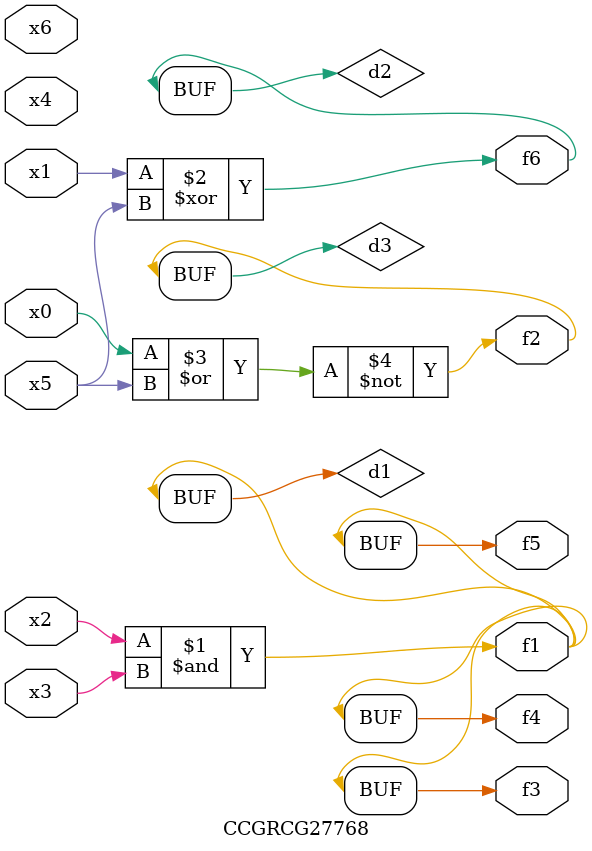
<source format=v>
module CCGRCG27768(
	input x0, x1, x2, x3, x4, x5, x6,
	output f1, f2, f3, f4, f5, f6
);

	wire d1, d2, d3;

	and (d1, x2, x3);
	xor (d2, x1, x5);
	nor (d3, x0, x5);
	assign f1 = d1;
	assign f2 = d3;
	assign f3 = d1;
	assign f4 = d1;
	assign f5 = d1;
	assign f6 = d2;
endmodule

</source>
